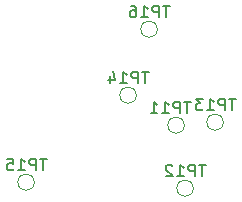
<source format=gbr>
%TF.GenerationSoftware,KiCad,Pcbnew,9.0.7*%
%TF.CreationDate,2026-02-09T19:02:23-08:00*%
%TF.ProjectId,VCU,5643552e-6b69-4636-9164-5f7063625858,1.5*%
%TF.SameCoordinates,Original*%
%TF.FileFunction,Legend,Bot*%
%TF.FilePolarity,Positive*%
%FSLAX46Y46*%
G04 Gerber Fmt 4.6, Leading zero omitted, Abs format (unit mm)*
G04 Created by KiCad (PCBNEW 9.0.7) date 2026-02-09 19:02:23*
%MOMM*%
%LPD*%
G01*
G04 APERTURE LIST*
%ADD10C,0.150000*%
%ADD11C,0.120000*%
G04 APERTURE END LIST*
D10*
X254593193Y-148168820D02*
X254021765Y-148168820D01*
X254307479Y-149168820D02*
X254307479Y-148168820D01*
X253688431Y-149168820D02*
X253688431Y-148168820D01*
X253688431Y-148168820D02*
X253307479Y-148168820D01*
X253307479Y-148168820D02*
X253212241Y-148216439D01*
X253212241Y-148216439D02*
X253164622Y-148264058D01*
X253164622Y-148264058D02*
X253117003Y-148359296D01*
X253117003Y-148359296D02*
X253117003Y-148502153D01*
X253117003Y-148502153D02*
X253164622Y-148597391D01*
X253164622Y-148597391D02*
X253212241Y-148645010D01*
X253212241Y-148645010D02*
X253307479Y-148692629D01*
X253307479Y-148692629D02*
X253688431Y-148692629D01*
X252164622Y-149168820D02*
X252736050Y-149168820D01*
X252450336Y-149168820D02*
X252450336Y-148168820D01*
X252450336Y-148168820D02*
X252545574Y-148311677D01*
X252545574Y-148311677D02*
X252640812Y-148406915D01*
X252640812Y-148406915D02*
X252736050Y-148454534D01*
X251783669Y-148264058D02*
X251736050Y-148216439D01*
X251736050Y-148216439D02*
X251640812Y-148168820D01*
X251640812Y-148168820D02*
X251402717Y-148168820D01*
X251402717Y-148168820D02*
X251307479Y-148216439D01*
X251307479Y-148216439D02*
X251259860Y-148264058D01*
X251259860Y-148264058D02*
X251212241Y-148359296D01*
X251212241Y-148359296D02*
X251212241Y-148454534D01*
X251212241Y-148454534D02*
X251259860Y-148597391D01*
X251259860Y-148597391D02*
X251831288Y-149168820D01*
X251831288Y-149168820D02*
X251212241Y-149168820D01*
X253323193Y-142834820D02*
X252751765Y-142834820D01*
X253037479Y-143834820D02*
X253037479Y-142834820D01*
X252418431Y-143834820D02*
X252418431Y-142834820D01*
X252418431Y-142834820D02*
X252037479Y-142834820D01*
X252037479Y-142834820D02*
X251942241Y-142882439D01*
X251942241Y-142882439D02*
X251894622Y-142930058D01*
X251894622Y-142930058D02*
X251847003Y-143025296D01*
X251847003Y-143025296D02*
X251847003Y-143168153D01*
X251847003Y-143168153D02*
X251894622Y-143263391D01*
X251894622Y-143263391D02*
X251942241Y-143311010D01*
X251942241Y-143311010D02*
X252037479Y-143358629D01*
X252037479Y-143358629D02*
X252418431Y-143358629D01*
X250894622Y-143834820D02*
X251466050Y-143834820D01*
X251180336Y-143834820D02*
X251180336Y-142834820D01*
X251180336Y-142834820D02*
X251275574Y-142977677D01*
X251275574Y-142977677D02*
X251370812Y-143072915D01*
X251370812Y-143072915D02*
X251466050Y-143120534D01*
X249942241Y-143834820D02*
X250513669Y-143834820D01*
X250227955Y-143834820D02*
X250227955Y-142834820D01*
X250227955Y-142834820D02*
X250323193Y-142977677D01*
X250323193Y-142977677D02*
X250418431Y-143072915D01*
X250418431Y-143072915D02*
X250513669Y-143120534D01*
X249767193Y-140294820D02*
X249195765Y-140294820D01*
X249481479Y-141294820D02*
X249481479Y-140294820D01*
X248862431Y-141294820D02*
X248862431Y-140294820D01*
X248862431Y-140294820D02*
X248481479Y-140294820D01*
X248481479Y-140294820D02*
X248386241Y-140342439D01*
X248386241Y-140342439D02*
X248338622Y-140390058D01*
X248338622Y-140390058D02*
X248291003Y-140485296D01*
X248291003Y-140485296D02*
X248291003Y-140628153D01*
X248291003Y-140628153D02*
X248338622Y-140723391D01*
X248338622Y-140723391D02*
X248386241Y-140771010D01*
X248386241Y-140771010D02*
X248481479Y-140818629D01*
X248481479Y-140818629D02*
X248862431Y-140818629D01*
X247338622Y-141294820D02*
X247910050Y-141294820D01*
X247624336Y-141294820D02*
X247624336Y-140294820D01*
X247624336Y-140294820D02*
X247719574Y-140437677D01*
X247719574Y-140437677D02*
X247814812Y-140532915D01*
X247814812Y-140532915D02*
X247910050Y-140580534D01*
X246481479Y-140628153D02*
X246481479Y-141294820D01*
X246719574Y-140247201D02*
X246957669Y-140961486D01*
X246957669Y-140961486D02*
X246338622Y-140961486D01*
X257133193Y-142580820D02*
X256561765Y-142580820D01*
X256847479Y-143580820D02*
X256847479Y-142580820D01*
X256228431Y-143580820D02*
X256228431Y-142580820D01*
X256228431Y-142580820D02*
X255847479Y-142580820D01*
X255847479Y-142580820D02*
X255752241Y-142628439D01*
X255752241Y-142628439D02*
X255704622Y-142676058D01*
X255704622Y-142676058D02*
X255657003Y-142771296D01*
X255657003Y-142771296D02*
X255657003Y-142914153D01*
X255657003Y-142914153D02*
X255704622Y-143009391D01*
X255704622Y-143009391D02*
X255752241Y-143057010D01*
X255752241Y-143057010D02*
X255847479Y-143104629D01*
X255847479Y-143104629D02*
X256228431Y-143104629D01*
X254704622Y-143580820D02*
X255276050Y-143580820D01*
X254990336Y-143580820D02*
X254990336Y-142580820D01*
X254990336Y-142580820D02*
X255085574Y-142723677D01*
X255085574Y-142723677D02*
X255180812Y-142818915D01*
X255180812Y-142818915D02*
X255276050Y-142866534D01*
X254371288Y-142580820D02*
X253752241Y-142580820D01*
X253752241Y-142580820D02*
X254085574Y-142961772D01*
X254085574Y-142961772D02*
X253942717Y-142961772D01*
X253942717Y-142961772D02*
X253847479Y-143009391D01*
X253847479Y-143009391D02*
X253799860Y-143057010D01*
X253799860Y-143057010D02*
X253752241Y-143152248D01*
X253752241Y-143152248D02*
X253752241Y-143390343D01*
X253752241Y-143390343D02*
X253799860Y-143485581D01*
X253799860Y-143485581D02*
X253847479Y-143533201D01*
X253847479Y-143533201D02*
X253942717Y-143580820D01*
X253942717Y-143580820D02*
X254228431Y-143580820D01*
X254228431Y-143580820D02*
X254323669Y-143533201D01*
X254323669Y-143533201D02*
X254371288Y-143485581D01*
X251545193Y-134706820D02*
X250973765Y-134706820D01*
X251259479Y-135706820D02*
X251259479Y-134706820D01*
X250640431Y-135706820D02*
X250640431Y-134706820D01*
X250640431Y-134706820D02*
X250259479Y-134706820D01*
X250259479Y-134706820D02*
X250164241Y-134754439D01*
X250164241Y-134754439D02*
X250116622Y-134802058D01*
X250116622Y-134802058D02*
X250069003Y-134897296D01*
X250069003Y-134897296D02*
X250069003Y-135040153D01*
X250069003Y-135040153D02*
X250116622Y-135135391D01*
X250116622Y-135135391D02*
X250164241Y-135183010D01*
X250164241Y-135183010D02*
X250259479Y-135230629D01*
X250259479Y-135230629D02*
X250640431Y-135230629D01*
X249116622Y-135706820D02*
X249688050Y-135706820D01*
X249402336Y-135706820D02*
X249402336Y-134706820D01*
X249402336Y-134706820D02*
X249497574Y-134849677D01*
X249497574Y-134849677D02*
X249592812Y-134944915D01*
X249592812Y-134944915D02*
X249688050Y-134992534D01*
X248259479Y-134706820D02*
X248449955Y-134706820D01*
X248449955Y-134706820D02*
X248545193Y-134754439D01*
X248545193Y-134754439D02*
X248592812Y-134802058D01*
X248592812Y-134802058D02*
X248688050Y-134944915D01*
X248688050Y-134944915D02*
X248735669Y-135135391D01*
X248735669Y-135135391D02*
X248735669Y-135516343D01*
X248735669Y-135516343D02*
X248688050Y-135611581D01*
X248688050Y-135611581D02*
X248640431Y-135659201D01*
X248640431Y-135659201D02*
X248545193Y-135706820D01*
X248545193Y-135706820D02*
X248354717Y-135706820D01*
X248354717Y-135706820D02*
X248259479Y-135659201D01*
X248259479Y-135659201D02*
X248211860Y-135611581D01*
X248211860Y-135611581D02*
X248164241Y-135516343D01*
X248164241Y-135516343D02*
X248164241Y-135278248D01*
X248164241Y-135278248D02*
X248211860Y-135183010D01*
X248211860Y-135183010D02*
X248259479Y-135135391D01*
X248259479Y-135135391D02*
X248354717Y-135087772D01*
X248354717Y-135087772D02*
X248545193Y-135087772D01*
X248545193Y-135087772D02*
X248640431Y-135135391D01*
X248640431Y-135135391D02*
X248688050Y-135183010D01*
X248688050Y-135183010D02*
X248735669Y-135278248D01*
X241131193Y-147660820D02*
X240559765Y-147660820D01*
X240845479Y-148660820D02*
X240845479Y-147660820D01*
X240226431Y-148660820D02*
X240226431Y-147660820D01*
X240226431Y-147660820D02*
X239845479Y-147660820D01*
X239845479Y-147660820D02*
X239750241Y-147708439D01*
X239750241Y-147708439D02*
X239702622Y-147756058D01*
X239702622Y-147756058D02*
X239655003Y-147851296D01*
X239655003Y-147851296D02*
X239655003Y-147994153D01*
X239655003Y-147994153D02*
X239702622Y-148089391D01*
X239702622Y-148089391D02*
X239750241Y-148137010D01*
X239750241Y-148137010D02*
X239845479Y-148184629D01*
X239845479Y-148184629D02*
X240226431Y-148184629D01*
X238702622Y-148660820D02*
X239274050Y-148660820D01*
X238988336Y-148660820D02*
X238988336Y-147660820D01*
X238988336Y-147660820D02*
X239083574Y-147803677D01*
X239083574Y-147803677D02*
X239178812Y-147898915D01*
X239178812Y-147898915D02*
X239274050Y-147946534D01*
X237797860Y-147660820D02*
X238274050Y-147660820D01*
X238274050Y-147660820D02*
X238321669Y-148137010D01*
X238321669Y-148137010D02*
X238274050Y-148089391D01*
X238274050Y-148089391D02*
X238178812Y-148041772D01*
X238178812Y-148041772D02*
X237940717Y-148041772D01*
X237940717Y-148041772D02*
X237845479Y-148089391D01*
X237845479Y-148089391D02*
X237797860Y-148137010D01*
X237797860Y-148137010D02*
X237750241Y-148232248D01*
X237750241Y-148232248D02*
X237750241Y-148470343D01*
X237750241Y-148470343D02*
X237797860Y-148565581D01*
X237797860Y-148565581D02*
X237845479Y-148613201D01*
X237845479Y-148613201D02*
X237940717Y-148660820D01*
X237940717Y-148660820D02*
X238178812Y-148660820D01*
X238178812Y-148660820D02*
X238274050Y-148613201D01*
X238274050Y-148613201D02*
X238321669Y-148565581D01*
D11*
%TO.C,TP12*%
X253555099Y-150162001D02*
G75*
G02*
X252155099Y-150162001I-700000J0D01*
G01*
X252155099Y-150162001D02*
G75*
G02*
X253555099Y-150162001I700000J0D01*
G01*
%TO.C,TP11*%
X252793099Y-144828001D02*
G75*
G02*
X251393099Y-144828001I-700000J0D01*
G01*
X251393099Y-144828001D02*
G75*
G02*
X252793099Y-144828001I700000J0D01*
G01*
%TO.C,TP14*%
X248729099Y-142288001D02*
G75*
G02*
X247329099Y-142288001I-700000J0D01*
G01*
X247329099Y-142288001D02*
G75*
G02*
X248729099Y-142288001I700000J0D01*
G01*
%TO.C,TP13*%
X256095099Y-144574001D02*
G75*
G02*
X254695099Y-144574001I-700000J0D01*
G01*
X254695099Y-144574001D02*
G75*
G02*
X256095099Y-144574001I700000J0D01*
G01*
%TO.C,TP16*%
X250507099Y-136700001D02*
G75*
G02*
X249107099Y-136700001I-700000J0D01*
G01*
X249107099Y-136700001D02*
G75*
G02*
X250507099Y-136700001I700000J0D01*
G01*
%TO.C,TP15*%
X240093099Y-149654001D02*
G75*
G02*
X238693099Y-149654001I-700000J0D01*
G01*
X238693099Y-149654001D02*
G75*
G02*
X240093099Y-149654001I700000J0D01*
G01*
%TD*%
M02*

</source>
